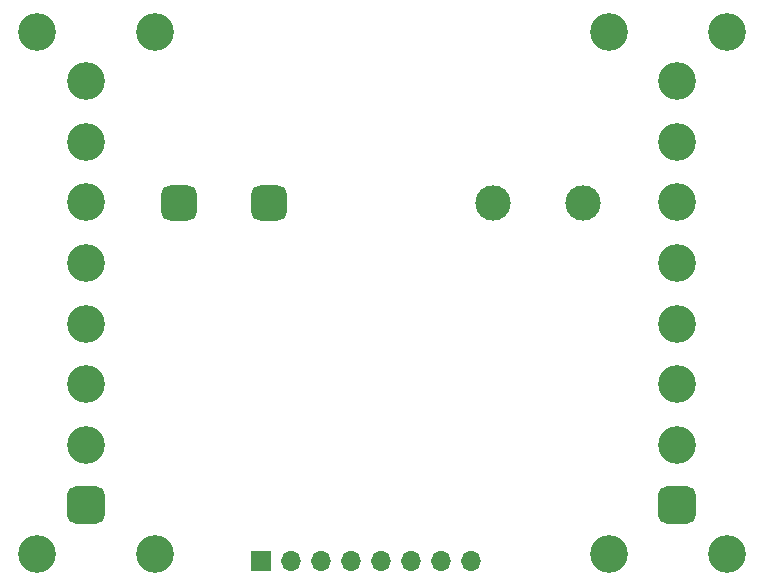
<source format=gbs>
G04 #@! TF.GenerationSoftware,KiCad,Pcbnew,8.0.2*
G04 #@! TF.CreationDate,2024-05-30T20:37:43+12:00*
G04 #@! TF.ProjectId,PDP-FUSE,5044502d-4655-4534-952e-6b696361645f,rev?*
G04 #@! TF.SameCoordinates,Original*
G04 #@! TF.FileFunction,Soldermask,Bot*
G04 #@! TF.FilePolarity,Negative*
%FSLAX46Y46*%
G04 Gerber Fmt 4.6, Leading zero omitted, Abs format (unit mm)*
G04 Created by KiCad (PCBNEW 8.0.2) date 2024-05-30 20:37:43*
%MOMM*%
%LPD*%
G01*
G04 APERTURE LIST*
G04 Aperture macros list*
%AMRoundRect*
0 Rectangle with rounded corners*
0 $1 Rounding radius*
0 $2 $3 $4 $5 $6 $7 $8 $9 X,Y pos of 4 corners*
0 Add a 4 corners polygon primitive as box body*
4,1,4,$2,$3,$4,$5,$6,$7,$8,$9,$2,$3,0*
0 Add four circle primitives for the rounded corners*
1,1,$1+$1,$2,$3*
1,1,$1+$1,$4,$5*
1,1,$1+$1,$6,$7*
1,1,$1+$1,$8,$9*
0 Add four rect primitives between the rounded corners*
20,1,$1+$1,$2,$3,$4,$5,0*
20,1,$1+$1,$4,$5,$6,$7,0*
20,1,$1+$1,$6,$7,$8,$9,0*
20,1,$1+$1,$8,$9,$2,$3,0*%
G04 Aperture macros list end*
%ADD10C,3.200000*%
%ADD11RoundRect,0.800000X0.800000X-0.800000X0.800000X0.800000X-0.800000X0.800000X-0.800000X-0.800000X0*%
%ADD12RoundRect,0.750000X-0.750000X-0.750000X0.750000X-0.750000X0.750000X0.750000X-0.750000X0.750000X0*%
%ADD13C,3.000000*%
%ADD14R,1.700000X1.700000*%
%ADD15O,1.700000X1.700000*%
G04 APERTURE END LIST*
D10*
X109855000Y-87910000D03*
X168275000Y-132080000D03*
X158275000Y-87910000D03*
X158275000Y-132080000D03*
X119855000Y-132080000D03*
X119855000Y-87910000D03*
X109855000Y-132080000D03*
D11*
X114000000Y-127955000D03*
D10*
X114000000Y-122825000D03*
X114000000Y-117695000D03*
X114000000Y-112565000D03*
X114000000Y-107435000D03*
X114000000Y-102305000D03*
X114000000Y-97175000D03*
X114000000Y-92045000D03*
D12*
X121895000Y-102362000D03*
X129515000Y-102362000D03*
D13*
X148485000Y-102362000D03*
X156105000Y-102362000D03*
D10*
X168275000Y-87910000D03*
D14*
X128840000Y-132690000D03*
D15*
X131380000Y-132690000D03*
X133920000Y-132690000D03*
X136460000Y-132690000D03*
X139000000Y-132690000D03*
X141540000Y-132690000D03*
X144080000Y-132690000D03*
X146620000Y-132690000D03*
D11*
X164000000Y-127955000D03*
D10*
X164000000Y-122825000D03*
X164000000Y-117695000D03*
X164000000Y-112565000D03*
X164000000Y-107435000D03*
X164000000Y-102305000D03*
X164000000Y-97175000D03*
X164000000Y-92045000D03*
M02*

</source>
